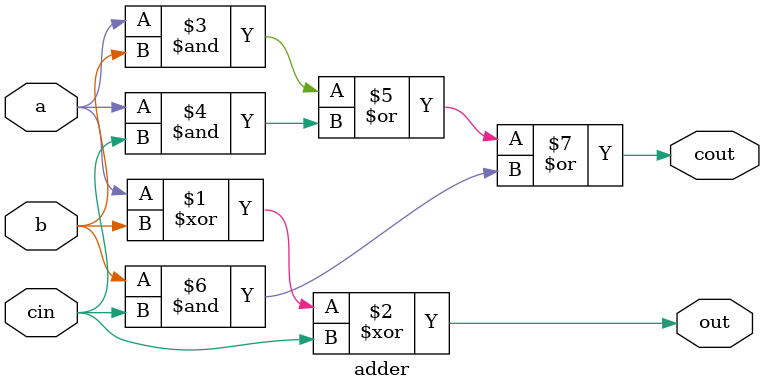
<source format=v>
`timescale 1ns / 1ps
module adder(
    input  a,
    input  b,
    input  cin,  //½øÎ»ÊäÈë
    output out,  //½á¹ûÊä³ö
    output cout  //½øÎ»Êä³ö
    );
    //¹¦ÄÜÃèÊö
    assign out  = a ^ b ^ cin;
    assign cout = a&b | a&cin | b&cin;
endmodule

</source>
